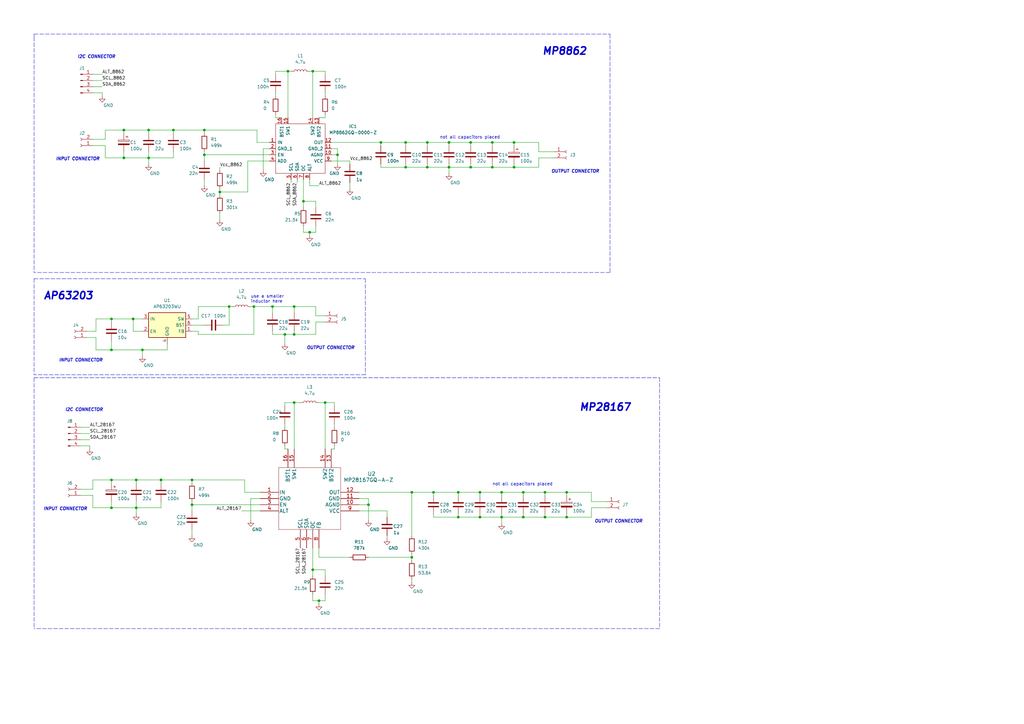
<source format=kicad_sch>
(kicad_sch (version 20211123) (generator eeschema)
  (paper "A3")
  (title_block (title "PM8862 / PM28167 dev board") (date "2023-03-10") (rev "1.0"))
  (lib_symbols
    (symbol "2023-03-10_09-43-26:MP28167GQ-A-Z" (pin_names (offset 0.254))
      (property "Reference" "U?" (at 45.72 2.54 0))
      (property "Value" "MP28167GQ-A-Z" (at 44.45 0 0))
      (symbol "MP28167GQ-A-Z_1_1"
        (polyline (pts (xy 7.62 -20.32) (xy 33.02 -20.32)) (stroke (width 0.127)))
        (polyline (pts (xy 7.62 5.08) (xy 7.62 -20.32)) (stroke (width 0.127)))
        (polyline (pts (xy 33.02 -20.32) (xy 33.02 5.08)) (stroke (width 0.127)))
        (polyline (pts (xy 33.02 5.08) (xy 7.62 5.08)) (stroke (width 0.127)))
        (pin power_in line (at 0 -5.08 0) (length 7.62) (name "IN") (number "1"))
        (pin power_in line (at 40.64 -10.16 180) (length 7.62) (name "AGND") (number "10"))
        (pin power_in line (at 40.64 -7.62 180) (length 7.62) (name "GND") (number "11"))
        (pin power_in line (at 40.64 -5.08 180) (length 7.62) (name "OUT") (number "12"))
        (pin power_in line (at 29.21 12.7 270) (length 7.62) (name "BST2") (number "13"))
        (pin unspecified line (at 26.67 12.7 270) (length 7.62) (name "SW2") (number "14"))
        (pin unspecified line (at 13.97 12.7 270) (length 7.62) (name "SW1") (number "15"))
        (pin power_in line (at 11.43 12.7 270) (length 7.62) (name "BST1") (number "16"))
        (pin power_in line (at 0 -7.62 0) (length 7.62) (name "GND") (number "2"))
        (pin unspecified line (at 0 -10.16 0) (length 7.62) (name "EN") (number "3"))
        (pin output line (at 0 -12.7 0) (length 7.62) (name "ALT") (number "4"))
        (pin unspecified line (at 16.51 -27.94 90) (length 7.62) (name "SCL") (number "5"))
        (pin unspecified line (at 19.05 -27.94 90) (length 7.62) (name "SDA") (number "6"))
        (pin unspecified line (at 21.59 -27.94 90) (length 7.62) (name "OC") (number "7"))
        (pin unspecified line (at 24.13 -27.94 90) (length 7.62) (name "FB") (number "8"))
        (pin power_in line (at 40.64 -12.7 180) (length 7.62) (name "VCC") (number "9"))
      )
    )
    (symbol "Connector:Conn_01x02_Female" (pin_names (offset 1.016) hide)
      (property "Reference" "J" (at 0 2.54 0))
      (property "Value" "Conn_01x02_Female" (at 0 -5.08 0))
      (symbol "Conn_01x02_Female_1_1"
        (arc (start 0 -2.032) (mid -0.508 -2.54) (end 0 -3.048) (stroke (width 0.1524)))
        (polyline (pts (xy -1.27 -2.54) (xy -0.508 -2.54)) (stroke (width 0.1524)))
        (polyline (pts (xy -1.27 0) (xy -0.508 0)) (stroke (width 0.1524)))
        (arc (start 0 0.508) (mid -0.508 0) (end 0 -0.508) (stroke (width 0.1524)))
        (pin passive line (at -5.08 0 0) (length 3.81) (name "Pin_1") (number "1"))
        (pin passive line (at -5.08 -2.54 0) (length 3.81) (name "Pin_2") (number "2"))
      )
    )
    (symbol "Connector:Conn_01x04_Male" (pin_names (offset 1.016) hide)
      (property "Reference" "J" (at 0 5.08 0))
      (property "Value" "Conn_01x04_Male" (at 0 -7.62 0))
      (symbol "Conn_01x04_Male_1_1"
        (polyline (pts (xy 1.27 -5.08) (xy 0.8636 -5.08)) (stroke (width 0.1524)))
        (polyline (pts (xy 1.27 -2.54) (xy 0.8636 -2.54)) (stroke (width 0.1524)))
        (polyline (pts (xy 1.27 0) (xy 0.8636 0)) (stroke (width 0.1524)))
        (polyline (pts (xy 1.27 2.54) (xy 0.8636 2.54)) (stroke (width 0.1524)))
        (rectangle (start 0.8636 -4.953) (end 0 -5.207) (stroke (width 0.1524)) (fill (type outline)))
        (rectangle (start 0.8636 -2.413) (end 0 -2.667) (stroke (width 0.1524)) (fill (type outline)))
        (rectangle (start 0.8636 0.127) (end 0 -0.127) (stroke (width 0.1524)) (fill (type outline)))
        (rectangle (start 0.8636 2.667) (end 0 2.413) (stroke (width 0.1524)) (fill (type outline)))
        (pin passive line (at 5.08 2.54 180) (length 3.81) (name "Pin_1") (number "1"))
        (pin passive line (at 5.08 0 180) (length 3.81) (name "Pin_2") (number "2"))
        (pin passive line (at 5.08 -2.54 180) (length 3.81) (name "Pin_3") (number "3"))
        (pin passive line (at 5.08 -5.08 180) (length 3.81) (name "Pin_4") (number "4"))
      )
    )
    (symbol "Device:C" (pin_numbers hide) (pin_names (offset 0.254))
      (property "Reference" "C" (at 0.635 2.54 0))
      (property "Value" "C" (at 0.635 -2.54 0))
      (symbol "C_0_1"
        (polyline (pts (xy -2.032 -0.762) (xy 2.032 -0.762)) (stroke (width 0.508)))
        (polyline (pts (xy -2.032 0.762) (xy 2.032 0.762)) (stroke (width 0.508)))
      )
      (symbol "C_1_1"
        (pin passive line (at 0 3.81 270) (length 2.794) (name "~") (number "1"))
        (pin passive line (at 0 -3.81 90) (length 2.794) (name "~") (number "2"))
      )
    )
    (symbol "Device:C_Polarized" (pin_numbers hide) (pin_names (offset 0.254))
      (property "Reference" "C" (at 0.635 2.54 0))
      (property "Value" "C_Polarized" (at 0.635 -2.54 0))
      (symbol "C_Polarized_0_1"
        (rectangle (start -2.286 0.508) (end 2.286 1.016))
        (polyline (pts (xy -1.778 2.286) (xy -0.762 2.286)))
        (polyline (pts (xy -1.27 2.794) (xy -1.27 1.778)))
        (rectangle (start 2.286 -0.508) (end -2.286 -1.016) (fill (type outline)))
      )
      (symbol "C_Polarized_1_1"
        (pin passive line (at 0 3.81 270) (length 2.794) (name "~") (number "1"))
        (pin passive line (at 0 -3.81 90) (length 2.794) (name "~") (number "2"))
      )
    )
    (symbol "Device:L" (pin_numbers hide) (pin_names (offset 1.016) hide)
      (property "Reference" "L" (at -1.27 0 90))
      (property "Value" "L" (at 1.905 0 90))
      (symbol "L_0_1"
        (arc (start 0 -2.54) (mid 0.635 -1.905) (end 0 -1.27))
        (arc (start 0 -1.27) (mid 0.635 -0.635) (end 0 0))
        (arc (start 0 0) (mid 0.635 0.635) (end 0 1.27))
        (arc (start 0 1.27) (mid 0.635 1.905) (end 0 2.54))
      )
      (symbol "L_1_1"
        (pin passive line (at 0 3.81 270) (length 1.27) (name "1") (number "1"))
        (pin passive line (at 0 -3.81 90) (length 1.27) (name "2") (number "2"))
      )
    )
    (symbol "Device:R" (pin_numbers hide) (pin_names (offset 0))
      (property "Reference" "R" (at 2.032 0 90))
      (property "Value" "R" (at 0 0 90))
      (symbol "R_0_1"
        (rectangle (start -1.016 -2.54) (end 1.016 2.54) (stroke (width 0.254)))
      )
      (symbol "R_1_1"
        (pin passive line (at 0 3.81 270) (length 1.27) (name "~") (number "1"))
        (pin passive line (at 0 -3.81 90) (length 1.27) (name "~") (number "2"))
      )
    )
    (symbol "MP8862GQ:MP8862GQ-0000-Z" (pin_names (offset 0.762))
      (property "Reference" "IC" (at 12.7 12.7 0))
      (property "Value" "MP8862GQ-0000-Z" (at 12.7 10.16 0))
      (symbol "MP8862GQ-0000-Z_0_0"
        (pin passive line (at -12.7 2.54 0) (length 2.54) (name "IN") (number "1"))
        (pin passive line (at 12.7 -2.54 180) (length 2.54) (name "AGND") (number "10"))
        (pin passive line (at 12.7 0 180) (length 2.54) (name "GND_2") (number "11"))
        (pin passive line (at 12.7 2.54 180) (length 2.54) (name "OUT") (number "12"))
        (pin passive line (at 7.62 12.7 270) (length 2.54) (name "BST2") (number "13"))
        (pin passive line (at 5.08 12.7 270) (length 2.54) (name "SW2") (number "14"))
        (pin passive line (at -5.08 12.7 270) (length 2.54) (name "SW1") (number "15"))
        (pin passive line (at -7.62 12.7 270) (length 2.54) (name "BST1") (number "16"))
        (pin passive line (at -12.7 0 0) (length 2.54) (name "GND_1") (number "2"))
        (pin passive line (at -12.7 -2.54 0) (length 2.54) (name "EN") (number "3"))
        (pin passive line (at -12.7 -5.08 0) (length 2.54) (name "ADD") (number "4"))
        (pin passive line (at -3.81 -12.7 90) (length 2.54) (name "SCL") (number "5"))
        (pin passive line (at -1.27 -12.7 90) (length 2.54) (name "SDA") (number "6"))
        (pin passive line (at 1.27 -12.7 90) (length 2.54) (name "OC") (number "7"))
        (pin passive line (at 3.81 -12.7 90) (length 2.54) (name "ALT") (number "8"))
        (pin passive line (at 12.7 -5.08 180) (length 2.54) (name "VCC") (number "9"))
      )
      (symbol "MP8862GQ-0000-Z_0_1"
        (rectangle (start -10.16 10.16) (end 10.16 -10.16))
      )
    )
    (symbol "Regulator_Switching:AP63203WU"
      (property "Reference" "U" (at -7.62 6.35 0))
      (property "Value" "AP63203WU" (at 2.54 6.35 0))
      (symbol "AP63203WU_0_1"
        (rectangle (start -7.62 5.08) (end 7.62 -5.08) (stroke (width 0.254)) (fill (type background)))
      )
      (symbol "AP63203WU_1_1"
        (pin input line (at 10.16 -2.54 180) (length 2.54) (name "FB") (number "1"))
        (pin input line (at -10.16 -2.54 0) (length 2.54) (name "EN") (number "2"))
        (pin power_in line (at -10.16 2.54 0) (length 2.54) (name "IN") (number "3"))
        (pin power_in line (at 0 -7.62 90) (length 2.54) (name "GND") (number "4"))
        (pin output line (at 10.16 2.54 180) (length 2.54) (name "SW") (number "5"))
        (pin passive line (at 10.16 0 180) (length 2.54) (name "BST") (number "6"))
      )
    )
    (symbol "power:GND" (power) (pin_names (offset 0))
      (property "Value" "GND" (at 0 -3.81 0))
      (symbol "GND_0_1"
        (polyline (pts (xy 0 0) (xy 0 -1.27) (xy 1.27 -1.27) (xy 0 -2.54) (xy -1.27 -1.27) (xy 0 -1.27)))
      )
      (symbol "GND_1_1"
        (pin power_in line (at 0 0 270) (length 0) hide (name "GND") (number "1"))
      )
    )
  )
  (junction (at 45.72 130.81))
  (junction (at 45.72 196.85))
  (junction (at 201.93 68.58))
  (junction (at 156.21 58.42))
  (junction (at 118.11 29.21))
  (junction (at 232.41 201.93))
  (junction (at 83.82 63.5))
  (junction (at 60.96 64.77))
  (junction (at 232.41 212.09))
  (junction (at 193.04 68.58))
  (junction (at 177.8 201.93))
  (junction (at 50.8 64.77))
  (junction (at 90.17 78.74))
  (junction (at 175.26 68.58))
  (junction (at 78.74 196.85))
  (junction (at 50.8 53.34))
  (junction (at 93.98 125.73))
  (junction (at 54.61 130.81))
  (junction (at 214.63 212.09))
  (junction (at 124.46 82.55))
  (junction (at 55.88 196.85))
  (junction (at 128.27 233.68))
  (junction (at 120.65 165.1))
  (junction (at 187.96 212.09))
  (junction (at 60.96 53.34))
  (junction (at 184.15 58.42))
  (junction (at 175.26 58.42))
  (junction (at 210.82 58.42))
  (junction (at 104.14 125.73))
  (junction (at 58.42 143.51))
  (junction (at 130.81 246.38))
  (junction (at 205.74 201.93))
  (junction (at 205.74 212.09))
  (junction (at 133.35 165.1))
  (junction (at 66.04 196.85))
  (junction (at 166.37 58.42))
  (junction (at 193.04 58.42))
  (junction (at 138.43 63.5))
  (junction (at 187.96 201.93))
  (junction (at 223.52 201.93))
  (junction (at 45.72 143.51))
  (junction (at 83.82 53.34))
  (junction (at 127 95.25))
  (junction (at 184.15 68.58))
  (junction (at 196.85 212.09))
  (junction (at 111.76 125.73))
  (junction (at 71.12 53.34))
  (junction (at 151.13 207.01))
  (junction (at 45.72 208.28))
  (junction (at 210.82 68.58))
  (junction (at 168.91 201.93))
  (junction (at 128.27 29.21))
  (junction (at 55.88 208.28))
  (junction (at 78.74 207.01))
  (junction (at 168.91 228.6))
  (junction (at 120.65 125.73))
  (junction (at 120.65 137.16))
  (junction (at 196.85 201.93))
  (junction (at 223.52 212.09))
  (junction (at 201.93 58.42))
  (junction (at 166.37 68.58))
  (junction (at 214.63 201.93))
  (junction (at 116.84 137.16))
  (wire (pts (xy 78.74 207.01) (xy 78.74 209.55)))
  (wire (pts (xy 156.21 67.31) (xy 156.21 68.58)))
  (wire (pts (xy 133.35 165.1) (xy 133.35 184.15)))
  (wire (pts (xy 38.1 196.85) (xy 45.72 196.85)))
  (wire (pts (xy 135.89 58.42) (xy 156.21 58.42)))
  (wire (pts (xy 187.96 210.82) (xy 187.96 212.09)))
  (wire (pts (xy 111.76 125.73) (xy 104.14 125.73)))
  (polyline (pts (xy 149.86 153.67) (xy 13.97 153.67)))
  (wire (pts (xy 55.88 205.74) (xy 55.88 208.28)))
  (wire (pts (xy 193.04 67.31) (xy 193.04 68.58)))
  (wire (pts (xy 45.72 205.74) (xy 45.72 208.28)))
  (wire (pts (xy 39.37 143.51) (xy 45.72 143.51)))
  (wire (pts (xy 184.15 58.42) (xy 193.04 58.42)))
  (wire (pts (xy 45.72 196.85) (xy 55.88 196.85)))
  (wire (pts (xy 242.57 201.93) (xy 232.41 201.93)))
  (wire (pts (xy 175.26 67.31) (xy 175.26 68.58)))
  (wire (pts (xy 175.26 68.58) (xy 184.15 68.58)))
  (wire (pts (xy 201.93 58.42) (xy 201.93 59.69)))
  (polyline (pts (xy 13.97 154.94) (xy 270.51 154.94)))
  (wire (pts (xy 60.96 64.77) (xy 60.96 67.31)))
  (wire (pts (xy 43.18 64.77) (xy 50.8 64.77)))
  (wire (pts (xy 205.74 212.09) (xy 214.63 212.09)))
  (wire (pts (xy 127 73.66) (xy 127 76.2)))
  (wire (pts (xy 83.82 62.23) (xy 83.82 63.5)))
  (wire (pts (xy 78.74 133.35) (xy 83.82 133.35)))
  (wire (pts (xy 50.8 64.77) (xy 60.96 64.77)))
  (wire (pts (xy 38.1 57.15) (xy 43.18 57.15)))
  (wire (pts (xy 118.11 29.21) (xy 119.38 29.21)))
  (wire (pts (xy 120.65 184.15) (xy 120.65 165.1)))
  (wire (pts (xy 50.8 53.34) (xy 60.96 53.34)))
  (wire (pts (xy 138.43 60.96) (xy 138.43 63.5)))
  (wire (pts (xy 83.82 73.66) (xy 83.82 76.2)))
  (polyline (pts (xy 149.86 114.3) (xy 149.86 153.67)))
  (wire (pts (xy 133.35 233.68) (xy 133.35 236.22)))
  (wire (pts (xy 187.96 201.93) (xy 187.96 203.2)))
  (wire (pts (xy 71.12 64.77) (xy 60.96 64.77)))
  (wire (pts (xy 223.52 210.82) (xy 223.52 212.09)))
  (polyline (pts (xy 13.97 154.94) (xy 13.97 257.81)))
  (wire (pts (xy 39.37 135.89) (xy 39.37 130.81)))
  (wire (pts (xy 101.6 66.04) (xy 101.6 78.74)))
  (wire (pts (xy 99.06 209.55) (xy 106.68 209.55)))
  (wire (pts (xy 184.15 68.58) (xy 193.04 68.58)))
  (wire (pts (xy 71.12 53.34) (xy 83.82 53.34)))
  (wire (pts (xy 113.03 38.1) (xy 113.03 39.37)))
  (wire (pts (xy 201.93 67.31) (xy 201.93 68.58)))
  (wire (pts (xy 193.04 58.42) (xy 201.93 58.42)))
  (wire (pts (xy 130.81 228.6) (xy 143.51 228.6)))
  (wire (pts (xy 133.35 38.1) (xy 133.35 39.37)))
  (wire (pts (xy 104.14 137.16) (xy 81.28 137.16)))
  (wire (pts (xy 168.91 201.93) (xy 177.8 201.93)))
  (wire (pts (xy 100.33 196.85) (xy 100.33 201.93)))
  (wire (pts (xy 151.13 207.01) (xy 151.13 213.36)))
  (wire (pts (xy 151.13 204.47) (xy 151.13 207.01)))
  (wire (pts (xy 177.8 210.82) (xy 177.8 212.09)))
  (wire (pts (xy 45.72 132.08) (xy 45.72 130.81)))
  (wire (pts (xy 116.84 137.16) (xy 116.84 140.97)))
  (wire (pts (xy 137.16 184.15) (xy 135.89 184.15)))
  (wire (pts (xy 113.03 29.21) (xy 113.03 30.48)))
  (wire (pts (xy 166.37 68.58) (xy 175.26 68.58)))
  (wire (pts (xy 78.74 196.85) (xy 100.33 196.85)))
  (wire (pts (xy 184.15 67.31) (xy 184.15 68.58)))
  (wire (pts (xy 50.8 62.23) (xy 50.8 64.77)))
  (wire (pts (xy 242.57 208.28) (xy 242.57 212.09)))
  (wire (pts (xy 138.43 63.5) (xy 138.43 67.31)))
  (wire (pts (xy 90.17 68.58) (xy 90.17 69.85)))
  (wire (pts (xy 248.92 205.74) (xy 242.57 205.74)))
  (wire (pts (xy 116.84 165.1) (xy 116.84 166.37)))
  (wire (pts (xy 127 95.25) (xy 129.54 95.25)))
  (wire (pts (xy 110.49 60.96) (xy 107.95 60.96)))
  (wire (pts (xy 124.46 73.66) (xy 124.46 82.55)))
  (wire (pts (xy 90.17 77.47) (xy 90.17 78.74)))
  (wire (pts (xy 81.28 130.81) (xy 81.28 125.73)))
  (wire (pts (xy 129.54 125.73) (xy 120.65 125.73)))
  (wire (pts (xy 33.02 200.66) (xy 38.1 200.66)))
  (wire (pts (xy 113.03 48.26) (xy 115.57 48.26)))
  (wire (pts (xy 111.76 135.89) (xy 111.76 137.16)))
  (wire (pts (xy 205.74 201.93) (xy 214.63 201.93)))
  (wire (pts (xy 124.46 82.55) (xy 129.54 82.55)))
  (wire (pts (xy 214.63 201.93) (xy 223.52 201.93)))
  (wire (pts (xy 135.89 66.04) (xy 143.51 66.04)))
  (wire (pts (xy 232.41 212.09) (xy 223.52 212.09)))
  (wire (pts (xy 128.27 233.68) (xy 128.27 236.22)))
  (wire (pts (xy 177.8 201.93) (xy 177.8 203.2)))
  (wire (pts (xy 128.27 233.68) (xy 133.35 233.68)))
  (wire (pts (xy 129.54 92.71) (xy 129.54 95.25)))
  (wire (pts (xy 71.12 62.23) (xy 71.12 64.77)))
  (wire (pts (xy 196.85 201.93) (xy 205.74 201.93)))
  (wire (pts (xy 81.28 135.89) (xy 78.74 135.89)))
  (wire (pts (xy 107.95 60.96) (xy 107.95 69.85)))
  (wire (pts (xy 68.58 140.97) (xy 68.58 143.51)))
  (wire (pts (xy 78.74 207.01) (xy 106.68 207.01)))
  (polyline (pts (xy 270.51 154.94) (xy 270.51 257.81)))
  (wire (pts (xy 33.02 182.88) (xy 36.83 182.88)))
  (wire (pts (xy 113.03 46.99) (xy 113.03 48.26)))
  (wire (pts (xy 33.02 180.34) (xy 36.83 180.34)))
  (wire (pts (xy 121.92 73.66) (xy 121.92 74.93)))
  (wire (pts (xy 158.75 209.55) (xy 158.75 212.09)))
  (wire (pts (xy 120.65 128.27) (xy 120.65 125.73)))
  (wire (pts (xy 220.98 58.42) (xy 210.82 58.42)))
  (wire (pts (xy 130.81 246.38) (xy 133.35 246.38)))
  (wire (pts (xy 33.02 177.8) (xy 36.83 177.8)))
  (polyline (pts (xy 13.97 13.97) (xy 13.97 15.24)))
  (wire (pts (xy 78.74 130.81) (xy 81.28 130.81)))
  (wire (pts (xy 201.93 68.58) (xy 193.04 68.58)))
  (wire (pts (xy 102.87 125.73) (xy 104.14 125.73)))
  (wire (pts (xy 135.89 63.5) (xy 138.43 63.5)))
  (wire (pts (xy 81.28 125.73) (xy 93.98 125.73)))
  (wire (pts (xy 66.04 196.85) (xy 78.74 196.85)))
  (wire (pts (xy 101.6 78.74) (xy 90.17 78.74)))
  (wire (pts (xy 128.27 224.79) (xy 128.27 233.68)))
  (wire (pts (xy 120.65 137.16) (xy 120.65 135.89)))
  (wire (pts (xy 91.44 133.35) (xy 93.98 133.35)))
  (wire (pts (xy 54.61 130.81) (xy 58.42 130.81)))
  (wire (pts (xy 158.75 219.71) (xy 158.75 220.98)))
  (wire (pts (xy 39.37 130.81) (xy 45.72 130.81)))
  (wire (pts (xy 35.56 138.43) (xy 39.37 138.43)))
  (wire (pts (xy 43.18 53.34) (xy 50.8 53.34)))
  (wire (pts (xy 184.15 58.42) (xy 184.15 59.69)))
  (wire (pts (xy 38.1 200.66) (xy 38.1 196.85)))
  (wire (pts (xy 102.87 204.47) (xy 106.68 204.47)))
  (wire (pts (xy 214.63 201.93) (xy 214.63 203.2)))
  (wire (pts (xy 102.87 204.47) (xy 102.87 213.36)))
  (wire (pts (xy 68.58 143.51) (xy 58.42 143.51)))
  (wire (pts (xy 133.35 48.26) (xy 133.35 46.99)))
  (wire (pts (xy 124.46 92.71) (xy 124.46 95.25)))
  (wire (pts (xy 111.76 128.27) (xy 111.76 125.73)))
  (wire (pts (xy 33.02 203.2) (xy 38.1 203.2)))
  (polyline (pts (xy 13.97 114.3) (xy 149.86 114.3)))
  (wire (pts (xy 38.1 38.1) (xy 41.91 38.1)))
  (wire (pts (xy 120.65 165.1) (xy 116.84 165.1)))
  (wire (pts (xy 130.81 48.26) (xy 133.35 48.26)))
  (wire (pts (xy 58.42 143.51) (xy 45.72 143.51)))
  (wire (pts (xy 55.88 198.12) (xy 55.88 196.85)))
  (wire (pts (xy 45.72 143.51) (xy 45.72 139.7)))
  (wire (pts (xy 128.27 29.21) (xy 128.27 48.26)))
  (wire (pts (xy 100.33 201.93) (xy 106.68 201.93)))
  (wire (pts (xy 201.93 58.42) (xy 210.82 58.42)))
  (wire (pts (xy 223.52 212.09) (xy 214.63 212.09)))
  (wire (pts (xy 210.82 67.31) (xy 210.82 68.58)))
  (wire (pts (xy 147.32 204.47) (xy 151.13 204.47)))
  (wire (pts (xy 105.41 53.34) (xy 105.41 58.42)))
  (wire (pts (xy 168.91 237.49) (xy 168.91 238.76)))
  (polyline (pts (xy 270.51 257.81) (xy 13.97 257.81)))
  (wire (pts (xy 83.82 53.34) (xy 105.41 53.34)))
  (wire (pts (xy 133.35 132.08) (xy 129.54 132.08)))
  (wire (pts (xy 90.17 78.74) (xy 90.17 80.01)))
  (wire (pts (xy 129.54 129.54) (xy 129.54 125.73)))
  (wire (pts (xy 83.82 66.04) (xy 83.82 63.5)))
  (wire (pts (xy 111.76 137.16) (xy 116.84 137.16)))
  (wire (pts (xy 124.46 95.25) (xy 127 95.25)))
  (wire (pts (xy 116.84 184.15) (xy 118.11 184.15)))
  (wire (pts (xy 196.85 201.93) (xy 196.85 203.2)))
  (wire (pts (xy 127 76.2) (xy 130.81 76.2)))
  (wire (pts (xy 90.17 87.63) (xy 90.17 90.17)))
  (wire (pts (xy 156.21 58.42) (xy 156.21 59.69)))
  (wire (pts (xy 93.98 125.73) (xy 95.25 125.73)))
  (wire (pts (xy 168.91 227.33) (xy 168.91 228.6)))
  (wire (pts (xy 130.81 224.79) (xy 130.81 228.6)))
  (wire (pts (xy 175.26 58.42) (xy 175.26 59.69)))
  (wire (pts (xy 127 29.21) (xy 128.27 29.21)))
  (wire (pts (xy 127 95.25) (xy 127 96.52)))
  (wire (pts (xy 83.82 63.5) (xy 110.49 63.5)))
  (wire (pts (xy 166.37 58.42) (xy 166.37 59.69)))
  (wire (pts (xy 43.18 59.69) (xy 43.18 64.77)))
  (polyline (pts (xy 250.19 111.76) (xy 13.97 111.76)))
  (wire (pts (xy 129.54 137.16) (xy 120.65 137.16)))
  (wire (pts (xy 147.32 201.93) (xy 168.91 201.93)))
  (wire (pts (xy 210.82 68.58) (xy 201.93 68.58)))
  (wire (pts (xy 205.74 210.82) (xy 205.74 212.09)))
  (wire (pts (xy 38.1 33.02) (xy 41.91 33.02)))
  (wire (pts (xy 116.84 173.99) (xy 116.84 175.26)))
  (wire (pts (xy 124.46 82.55) (xy 124.46 85.09)))
  (polyline (pts (xy 13.97 15.24) (xy 13.97 111.76)))
  (wire (pts (xy 38.1 30.48) (xy 41.91 30.48)))
  (wire (pts (xy 184.15 68.58) (xy 184.15 71.12)))
  (wire (pts (xy 78.74 198.12) (xy 78.74 196.85)))
  (wire (pts (xy 116.84 137.16) (xy 120.65 137.16)))
  (wire (pts (xy 55.88 208.28) (xy 55.88 210.82)))
  (wire (pts (xy 36.83 184.15) (xy 36.83 182.88)))
  (wire (pts (xy 129.54 132.08) (xy 129.54 137.16)))
  (wire (pts (xy 156.21 68.58) (xy 166.37 68.58)))
  (wire (pts (xy 137.16 166.37) (xy 137.16 165.1)))
  (wire (pts (xy 38.1 203.2) (xy 38.1 208.28)))
  (wire (pts (xy 248.92 208.28) (xy 242.57 208.28)))
  (wire (pts (xy 147.32 207.01) (xy 151.13 207.01)))
  (wire (pts (xy 147.32 209.55) (xy 158.75 209.55)))
  (wire (pts (xy 50.8 54.61) (xy 50.8 53.34)))
  (wire (pts (xy 187.96 201.93) (xy 196.85 201.93)))
  (wire (pts (xy 45.72 198.12) (xy 45.72 196.85)))
  (wire (pts (xy 223.52 201.93) (xy 223.52 203.2)))
  (wire (pts (xy 41.91 39.37) (xy 41.91 38.1)))
  (wire (pts (xy 105.41 58.42) (xy 110.49 58.42)))
  (wire (pts (xy 116.84 184.15) (xy 116.84 182.88)))
  (wire (pts (xy 93.98 133.35) (xy 93.98 125.73)))
  (wire (pts (xy 168.91 228.6) (xy 168.91 229.87)))
  (wire (pts (xy 35.56 135.89) (xy 39.37 135.89)))
  (wire (pts (xy 196.85 210.82) (xy 196.85 212.09)))
  (wire (pts (xy 120.65 165.1) (xy 123.19 165.1)))
  (wire (pts (xy 151.13 228.6) (xy 168.91 228.6)))
  (wire (pts (xy 55.88 196.85) (xy 66.04 196.85)))
  (wire (pts (xy 135.89 60.96) (xy 138.43 60.96)))
  (wire (pts (xy 133.35 243.84) (xy 133.35 246.38)))
  (wire (pts (xy 196.85 212.09) (xy 205.74 212.09)))
  (wire (pts (xy 187.96 212.09) (xy 196.85 212.09)))
  (wire (pts (xy 43.18 57.15) (xy 43.18 53.34)))
  (wire (pts (xy 38.1 208.28) (xy 45.72 208.28)))
  (wire (pts (xy 128.27 29.21) (xy 133.35 29.21)))
  (wire (pts (xy 118.11 48.26) (xy 118.11 29.21)))
  (wire (pts (xy 223.52 201.93) (xy 232.41 201.93)))
  (wire (pts (xy 133.35 30.48) (xy 133.35 29.21)))
  (wire (pts (xy 177.8 201.93) (xy 187.96 201.93)))
  (wire (pts (xy 83.82 54.61) (xy 83.82 53.34)))
  (wire (pts (xy 129.54 82.55) (xy 129.54 85.09)))
  (wire (pts (xy 220.98 68.58) (xy 210.82 68.58)))
  (wire (pts (xy 33.02 175.26) (xy 36.83 175.26)))
  (wire (pts (xy 166.37 67.31) (xy 166.37 68.58)))
  (wire (pts (xy 143.51 74.93) (xy 143.51 77.47)))
  (wire (pts (xy 220.98 62.23) (xy 220.98 58.42)))
  (wire (pts (xy 133.35 165.1) (xy 137.16 165.1)))
  (wire (pts (xy 104.14 125.73) (xy 104.14 137.16)))
  (wire (pts (xy 78.74 217.17) (xy 78.74 219.71)))
  (wire (pts (xy 120.65 125.73) (xy 111.76 125.73)))
  (wire (pts (xy 193.04 58.42) (xy 193.04 59.69)))
  (wire (pts (xy 242.57 205.74) (xy 242.57 201.93)))
  (wire (pts (xy 166.37 58.42) (xy 175.26 58.42)))
  (wire (pts (xy 227.33 62.23) (xy 220.98 62.23)))
  (wire (pts (xy 38.1 59.69) (xy 43.18 59.69)))
  (wire (pts (xy 60.96 54.61) (xy 60.96 53.34)))
  (wire (pts (xy 66.04 205.74) (xy 66.04 208.28)))
  (wire (pts (xy 232.41 210.82) (xy 232.41 212.09)))
  (wire (pts (xy 39.37 138.43) (xy 39.37 143.51)))
  (polyline (pts (xy 13.97 114.3) (xy 13.97 153.67)))
  (wire (pts (xy 54.61 135.89) (xy 54.61 130.81)))
  (wire (pts (xy 210.82 58.42) (xy 210.82 59.69)))
  (wire (pts (xy 110.49 66.04) (xy 101.6 66.04)))
  (polyline (pts (xy 13.97 13.97) (xy 250.19 13.97)))
  (wire (pts (xy 232.41 201.93) (xy 232.41 203.2)))
  (wire (pts (xy 227.33 64.77) (xy 220.98 64.77)))
  (wire (pts (xy 137.16 184.15) (xy 137.16 182.88)))
  (wire (pts (xy 38.1 35.56) (xy 41.91 35.56)))
  (wire (pts (xy 119.38 73.66) (xy 119.38 74.93)))
  (wire (pts (xy 205.74 201.93) (xy 205.74 203.2)))
  (wire (pts (xy 175.26 58.42) (xy 184.15 58.42)))
  (wire (pts (xy 45.72 208.28) (xy 55.88 208.28)))
  (wire (pts (xy 137.16 173.99) (xy 137.16 175.26)))
  (wire (pts (xy 168.91 201.93) (xy 168.91 219.71)))
  (wire (pts (xy 78.74 205.74) (xy 78.74 207.01)))
  (wire (pts (xy 71.12 54.61) (xy 71.12 53.34)))
  (wire (pts (xy 118.11 29.21) (xy 113.03 29.21)))
  (polyline (pts (xy 250.19 13.97) (xy 250.19 111.76)))
  (wire (pts (xy 58.42 135.89) (xy 54.61 135.89)))
  (wire (pts (xy 66.04 198.12) (xy 66.04 196.85)))
  (wire (pts (xy 177.8 212.09) (xy 187.96 212.09)))
  (wire (pts (xy 214.63 210.82) (xy 214.63 212.09)))
  (wire (pts (xy 81.28 137.16) (xy 81.28 135.89)))
  (wire (pts (xy 143.51 66.04) (xy 143.51 67.31)))
  (wire (pts (xy 133.35 129.54) (xy 129.54 129.54)))
  (wire (pts (xy 130.81 246.38) (xy 130.81 247.65)))
  (wire (pts (xy 128.27 243.84) (xy 128.27 246.38)))
  (wire (pts (xy 205.74 212.09) (xy 205.74 214.63)))
  (wire (pts (xy 156.21 58.42) (xy 166.37 58.42)))
  (wire (pts (xy 242.57 212.09) (xy 232.41 212.09)))
  (wire (pts (xy 58.42 143.51) (xy 58.42 146.05)))
  (wire (pts (xy 128.27 246.38) (xy 130.81 246.38)))
  (wire (pts (xy 60.96 62.23) (xy 60.96 64.77)))
  (wire (pts (xy 66.04 208.28) (xy 55.88 208.28)))
  (wire (pts (xy 130.81 165.1) (xy 133.35 165.1)))
  (wire (pts (xy 45.72 130.81) (xy 54.61 130.81)))
  (wire (pts (xy 220.98 64.77) (xy 220.98 68.58)))
  (wire (pts (xy 60.96 53.34) (xy 71.12 53.34)))
  (text "OUTPUT CONNECTOR\n" (at 125.73 143.51 0) (effects (font (size 1.27 1.27) (thickness 0.254) bold italic) (justify left bottom)))
  (text "MP8862" (at 222.25 22.86 0) (effects (font (size 3 3) bold italic) (justify left bottom)))
  (text "not all capacitors placed" (at 201.93 199.39 0) (effects (font (size 1.27 1.27)) (justify left bottom)))
  (text "OUTPUT CONNECTOR\n" (at 243.84 214.63 0) (effects (font (size 1.27 1.27) (thickness 0.254) bold italic) (justify left bottom)))
  (text "AP63203" (at 17.78 123.19 0) (effects (font (size 3 3) bold italic) (justify left bottom)))
  (text "MP28167" (at 237.49 168.91 0) (effects (font (size 3 3) bold italic) (justify left bottom)))
  (text "OUTPUT CONNECTOR\n" (at 226.06 71.12 0) (effects (font (size 1.27 1.27) (thickness 0.254) bold italic) (justify left bottom)))
  (text "use a smaller \ninductor here" (at 102.87 124.46 0) (effects (font (size 1.27 1.27)) (justify left bottom)))
  (text "INPUT CONNECTOR\n" (at 22.86 66.04 0) (effects (font (size 1.27 1.27) (thickness 0.254) bold italic) (justify left bottom)))
  (text "I2C CONNECTOR" (at 31.75 24.13 0) (effects (font (size 1.27 1.27) (thickness 0.254) bold italic) (justify left bottom)))
  (text "INPUT CONNECTOR\n" (at 17.78 209.55 0) (effects (font (size 1.27 1.27) (thickness 0.254) bold italic) (justify left bottom)))
  (text "INPUT CONNECTOR\n" (at 24.13 148.59 0) (effects (font (size 1.27 1.27) (thickness 0.254) bold italic) (justify left bottom)))
  (text "I2C CONNECTOR" (at 26.67 168.91 0) (effects (font (size 1.27 1.27) (thickness 0.254) bold italic) (justify left bottom)))
  (text "not all capacitors placed" (at 180.34 57.15 0) (effects (font (size 1.27 1.27)) (justify left bottom)))
  (label "Vcc_8862" (at 143.51 66.04 0))
  (label "SDA_8862" (at 41.91 35.56 0))
  (label "SDA_8862" (at 121.92 74.93 270))
  (label "ALT_28167" (at 99.06 209.55 180))
  (label "SCL_8862" (at 41.91 33.02 0))
  (label "SCL_8862" (at 119.38 74.93 270))
  (label "SCL_28167" (at 36.83 177.8 0))
  (label "ALT_8862" (at 41.91 30.48 0))
  (label "ALT_28167" (at 36.83 175.26 0))
  (label "Vcc_8862" (at 90.17 68.58 0))
  (label "SDA_28167" (at 125.73 224.79 270))
  (label "ALT_8862" (at 130.81 76.2 0))
  (label "SCL_28167" (at 123.19 224.79 270))
  (label "SDA_28167" (at 36.83 180.34 0))
  (symbol (lib_id "Device:C") (at 113.03 34.29 0) (unit 1)
    (property "Reference" "C5" (at 107.95 33.02 0) (effects (justify left)))
    (property "Value" "100n" (at 105.41 35.56 0) (effects (justify left)))
    (property "Footprint" "Capacitor_SMD:C_0805_2012Metric_Pad1.18x1.45mm_HandSolder" (effects hide))
  )
  (symbol (lib_id "Device:C") (at 60.96 58.42 0) (unit 1)
    (property "Reference" "C2" (at 63.5 58.42 0) (effects (justify left)))
    (property "Value" "22u" (at 63.5 60.96 0) (effects (justify left)))
    (property "Footprint" "Capacitor_SMD:C_0603_1608Metric_Pad1.08x0.95mm_HandSolder" (effects hide))
  )
  (symbol (lib_id "Device:C") (at 184.15 63.5 0) (unit 1)
    (property "Reference" "C12" (at 186.69 63.5 0) (effects (justify left)))
    (property "Value" "22u" (at 186.69 66.04 0) (effects (justify left)))
    (property "Footprint" "Capacitor_SMD:C_0805_2012Metric_Pad1.18x1.45mm_HandSolder" (effects hide))
  )
  (symbol (lib_id "Device:R") (at 124.46 88.9 0) (unit 1)
    (property "Reference" "R5" (at 120.65 87.63 0) (effects (justify left)))
    (property "Value" "21.5k" (at 116.84 90.17 0) (effects (justify left)))
    (property "Footprint" "Resistor_SMD:R_0603_1608Metric_Pad0.98x0.95mm_HandSolder" (effects hide))
  )
  (symbol (lib_id "Device:C") (at 143.51 71.12 0) (unit 1)
    (property "Reference" "C8" (at 146.05 71.12 0) (effects (justify left)))
    (property "Value" "1u" (at 146.05 73.66 0) (effects (justify left)))
    (property "Footprint" "Capacitor_SMD:C_0603_1608Metric_Pad1.08x0.95mm_HandSolder" (effects hide))
  )
  (symbol (lib_id "Device:R") (at 116.84 179.07 0) (unit 1)
    (property "Reference" "R8" (at 111.76 177.8 0) (effects (justify left)))
    (property "Value" "0" (at 111.76 180.34 0) (effects (justify left)))
    (property "Footprint" "Resistor_SMD:R_0603_1608Metric_Pad0.98x0.95mm_HandSolder" (effects hide))
  )
  (symbol (lib_id "power:GND") (at 184.15 71.12 0) (unit 1)
    (property "Reference" "#PWR09" (effects hide))
    (property "Value" "GND" (at 186.69 74.93 0))
  )
  (symbol (lib_id "Connector:Conn_01x04_Male") (at 33.02 33.02 0) (unit 1)
    (property "Reference" "J1" (at 33.655 27.94 0))
    (property "Value" "Conn_01x04_Male" (effects hide))
    (property "Footprint" "Connector_PinHeader_2.54mm:PinHeader_1x04_P2.54mm_Vertical" (effects hide))
  )
  (symbol (lib_id "power:GND") (at 90.17 90.17 0) (unit 1)
    (property "Reference" "#PWR04" (effects hide))
    (property "Value" "GND" (at 92.71 93.98 0))
  )
  (symbol (lib_id "Device:R") (at 113.03 43.18 0) (unit 1)
    (property "Reference" "R4" (at 107.95 41.91 0) (effects (justify left)))
    (property "Value" "0" (at 107.95 44.45 0) (effects (justify left)))
    (property "Footprint" "Resistor_SMD:R_0603_1608Metric_Pad0.98x0.95mm_HandSolder" (effects hide))
  )
  (symbol (lib_id "Device:R") (at 133.35 43.18 0) (unit 1)
    (property "Reference" "R6" (at 135.89 41.9099 0) (effects (justify left)))
    (property "Value" "0" (at 135.89 44.4499 0) (effects (justify left)))
    (property "Footprint" "Resistor_SMD:R_0603_1608Metric_Pad0.98x0.95mm_HandSolder" (effects hide))
  )
  (symbol (lib_id "Connector:Conn_01x02_Female") (at 27.94 203.2 180) (unit 1)
    (property "Reference" "J6" (at 28.575 198.12 0))
    (property "Value" "Conn_01x02_Female" (effects hide))
    (property "Footprint" "Connector_Wire:SolderWire-0.1sqmm_1x02_P3.6mm_D0.4mm_OD1mm" (effects hide))
  )
  (symbol (lib_id "power:GND") (at 41.91 39.37 0) (unit 1)
    (property "Reference" "#PWR01" (effects hide))
    (property "Value" "GND" (at 44.45 43.18 0))
  )
  (symbol (lib_id "Device:C") (at 175.26 63.5 0) (unit 1)
    (property "Reference" "C11" (at 177.8 63.5 0) (effects (justify left)))
    (property "Value" "22u" (at 177.8 66.04 0) (effects (justify left)))
    (property "Footprint" "Capacitor_SMD:C_0805_2012Metric_Pad1.18x1.45mm_HandSolder" (effects hide))
  )
  (symbol (lib_id "Device:C") (at 166.37 63.5 0) (unit 1)
    (property "Reference" "C10" (at 168.91 63.5 0) (effects (justify left)))
    (property "Value" "22u" (at 168.91 66.04 0) (effects (justify left)))
    (property "Footprint" "Capacitor_SMD:C_0805_2012Metric_Pad1.18x1.45mm_HandSolder" (effects hide))
  )
  (symbol (lib_id "power:GND") (at 127 96.52 0) (unit 1)
    (property "Reference" "#PWR06" (effects hide))
    (property "Value" "GND" (at 129.54 100.33 0))
  )
  (symbol (lib_id "Device:C") (at 214.63 207.01 0) (unit 1)
    (property "Reference" "C32" (at 217.17 207.01 0) (effects (justify left)))
    (property "Value" "22u" (at 217.17 209.55 0) (effects (justify left)))
    (property "Footprint" "Capacitor_SMD:C_0805_2012Metric_Pad1.18x1.45mm_HandSolder" (effects hide))
  )
  (symbol (lib_id "Device:R") (at 90.17 73.66 0) (unit 1)
    (property "Reference" "R2" (at 92.71 72.3899 0) (effects (justify left)))
    (property "Value" "499k" (at 92.71 74.9299 0) (effects (justify left)))
    (property "Footprint" "Resistor_SMD:R_0603_1608Metric_Pad0.98x0.95mm_HandSolder" (effects hide))
  )
  (symbol (lib_id "Device:C_Polarized") (at 232.41 207.01 0) (mirror y) (unit 1)
    (property "Reference" "C34" (at 234.95 207.01 0) (effects (justify right)))
    (property "Value" "100u" (at 234.95 209.55 0) (effects (justify right)))
    (property "Footprint" "Capacitor_SMD:CP_Elec_5x5.3" (effects hide))
  )
  (symbol (lib_id "Device:C") (at 66.04 201.93 0) (unit 1)
    (property "Reference" "C22" (at 68.58 201.93 0) (effects (justify left)))
    (property "Value" "100n" (at 68.58 204.47 0) (effects (justify left)))
    (property "Footprint" "Capacitor_SMD:C_0603_1608Metric_Pad1.08x0.95mm_HandSolder" (effects hide))
  )
  (symbol (lib_id "power:GND") (at 168.91 238.76 0) (unit 1)
    (property "Reference" "#PWR018" (effects hide))
    (property "Value" "GND" (at 171.45 242.57 0))
  )
  (symbol (lib_id "MP8862GQ:MP8862GQ-0000-Z") (at 123.19 60.96 0) (unit 1)
    (property "Reference" "IC1" (at 144.78 51.8412 0))
    (property "Value" "MP8862GQ-0000-Z" (at 144.78 54.3812 0))
    (property "Footprint" "MP8862GQ:MP8862GQ" (effects hide))
    (property "Datasheet" "https://www.monolithicpower.com/en/documentview/productdocument/index/version/2/document_type/Datasheet/lang/en/sku/MP8862/document_id/3999/" (effects hide))
    (property "Description" "2.8V-22V VIN, 2A IOUT, 4-SWITCH," (effects hide))
    (property "Height" "1" (effects hide))
    (property "Manufacturer_Name" "Monolithic Power Systems (MPS)" (effects hide))
    (property "Manufacturer_Part_Number" "MP8862GQ-0000-Z" (effects hide))
    (property "Arrow Part Number" "MP8862GQ-0000-Z" (effects hide))
    (property "Mouser Part Number" "946-MP8862GQ-0000-Z" (effects hide))
    (property "Mouser Price/Stock" "https://www.mouser.co.uk/ProductDetail/Monolithic-Power-Systems-MPS/MP8862GQ-0000-Z?qs=OlC7AqGiEDkKRh5K8Xavnw%3D%3D" (effects hide))
  )
  (symbol (lib_id "power:GND") (at 158.75 220.98 0) (unit 1)
    (property "Reference" "#PWR017" (effects hide))
    (property "Value" "GND" (at 161.29 224.79 0))
  )
  (symbol (lib_id "power:GND") (at 143.51 77.47 0) (unit 1)
    (property "Reference" "#PWR08" (effects hide))
    (property "Value" "GND" (at 146.05 81.28 0))
  )
  (symbol (lib_id "Device:C") (at 133.35 34.29 0) (unit 1)
    (property "Reference" "C7" (at 137.16 33.0199 0) (effects (justify left)))
    (property "Value" "100n" (at 137.16 35.5599 0) (effects (justify left)))
    (property "Footprint" "Capacitor_SMD:C_0805_2012Metric_Pad1.18x1.45mm_HandSolder" (effects hide))
  )
  (symbol (lib_id "Device:C") (at 55.88 201.93 0) (unit 1)
    (property "Reference" "C21" (at 58.42 201.93 0) (effects (justify left)))
    (property "Value" "22u" (at 58.42 204.47 0) (effects (justify left)))
    (property "Footprint" "Capacitor_SMD:C_0805_2012Metric_Pad1.18x1.45mm_HandSolder" (effects hide))
  )
  (symbol (lib_id "Device:C") (at 83.82 69.85 0) (unit 1)
    (property "Reference" "C4" (at 78.74 68.58 0) (effects (justify left)))
    (property "Value" "22n" (at 77.47 71.12 0) (effects (justify left)))
    (property "Footprint" "Capacitor_SMD:C_0603_1608Metric_Pad1.08x0.95mm_HandSolder" (effects hide))
  )
  (symbol (lib_id "Device:R") (at 137.16 179.07 0) (unit 1)
    (property "Reference" "R10" (at 139.7 177.7999 0) (effects (justify left)))
    (property "Value" "0" (at 139.7 180.3399 0) (effects (justify left)))
    (property "Footprint" "Resistor_SMD:R_0603_1608Metric_Pad0.98x0.95mm_HandSolder" (effects hide))
  )
  (symbol (lib_id "Connector:Conn_01x04_Male") (at 27.94 177.8 0) (unit 1)
    (property "Reference" "J8" (at 28.575 172.72 0))
    (property "Value" "Conn_01x04_Male" (effects hide))
    (property "Footprint" "Connector_PinHeader_2.54mm:PinHeader_1x04_P2.54mm_Vertical" (effects hide))
  )
  (symbol (lib_id "Connector:Conn_01x02_Female") (at 254 205.74 0) (unit 1)
    (property "Reference" "J7" (at 255.27 207.0099 0) (effects (justify left)))
    (property "Value" "Conn_01x02_Female" (effects hide))
    (property "Footprint" "Connector_Wire:SolderWire-0.1sqmm_1x02_P3.6mm_D0.4mm_OD1mm" (effects hide))
  )
  (symbol (lib_id "power:GND") (at 78.74 219.71 0) (unit 1)
    (property "Reference" "#PWR013" (effects hide))
    (property "Value" "GND" (at 81.28 223.52 0))
  )
  (symbol (lib_id "power:GND") (at 36.83 184.15 0) (unit 1)
    (property "Reference" "#PWR020" (effects hide))
    (property "Value" "GND" (at 39.37 187.96 0))
  )
  (symbol (lib_id "power:GND") (at 130.81 247.65 0) (unit 1)
    (property "Reference" "#PWR015" (effects hide))
    (property "Value" "GND" (at 133.35 251.46 0))
  )
  (symbol (lib_id "Device:C") (at 78.74 213.36 0) (unit 1)
    (property "Reference" "C23" (at 72.39 212.09 0) (effects (justify left)))
    (property "Value" "22n" (at 72.39 214.63 0) (effects (justify left)))
    (property "Footprint" "Capacitor_SMD:C_0603_1608Metric_Pad1.08x0.95mm_HandSolder" (effects hide))
  )
  (symbol (lib_id "Device:C") (at 71.12 58.42 0) (unit 1)
    (property "Reference" "C3" (at 73.66 58.42 0) (effects (justify left)))
    (property "Value" "100n" (at 73.66 60.96 0) (effects (justify left)))
    (property "Footprint" "Capacitor_SMD:C_0805_2012Metric_Pad1.18x1.45mm_HandSolder" (effects hide))
  )
  (symbol (lib_id "Connector:Conn_01x02_Female") (at 30.48 138.43 180) (unit 1)
    (property "Reference" "J4" (at 31.115 133.35 0))
    (property "Value" "Conn_01x02_Female" (effects hide))
    (property "Footprint" "Connector_Wire:SolderWire-0.1sqmm_1x02_P3.6mm_D0.4mm_OD1mm" (effects hide))
  )
  (symbol (lib_id "2023-03-10_09-43-26:MP28167GQ-A-Z") (at 106.68 196.85 0) (unit 1)
    (property "Reference" "U2" (at 152.4 194.31 0) (effects (font (size 1.524 1.524))))
    (property "Value" "MP28167GQ-A-Z" (at 151.13 196.85 0) (effects (font (size 1.524 1.524))))
    (property "Footprint" "footprints:MP28167GQ-A-Z" (effects hide))
  )
  (symbol (lib_id "power:GND") (at 151.13 213.36 0) (unit 1)
    (property "Reference" "#PWR016" (effects hide))
    (property "Value" "GND" (at 153.67 217.17 0))
  )
  (symbol (lib_id "Device:R") (at 83.82 58.42 0) (unit 1)
    (property "Reference" "R1" (at 86.36 57.1499 0) (effects (justify left)))
    (property "Value" "499k" (at 86.36 59.6899 0) (effects (justify left)))
    (property "Footprint" "Resistor_SMD:R_0603_1608Metric_Pad0.98x0.95mm_HandSolder" (effects hide))
  )
  (symbol (lib_id "power:GND") (at 60.96 67.31 0) (unit 1)
    (property "Reference" "#PWR02" (effects hide))
    (property "Value" "GND" (at 63.5 71.12 0))
  )
  (symbol (lib_id "Device:C") (at 158.75 215.9 0) (unit 1)
    (property "Reference" "C27" (at 161.29 215.9 0) (effects (justify left)))
    (property "Value" "1u" (at 161.29 218.44 0) (effects (justify left)))
    (property "Footprint" "Capacitor_SMD:C_0603_1608Metric_Pad1.08x0.95mm_HandSolder" (effects hide))
  )
  (symbol (lib_id "power:GND") (at 205.74 214.63 0) (unit 1)
    (property "Reference" "#PWR019" (effects hide))
    (property "Value" "GND" (at 208.28 218.44 0))
  )
  (symbol (lib_id "Device:R") (at 78.74 201.93 0) (unit 1)
    (property "Reference" "R7" (at 81.28 200.6599 0) (effects (justify left)))
    (property "Value" "499k" (at 81.28 203.1999 0) (effects (justify left)))
    (property "Footprint" "Resistor_SMD:R_0603_1608Metric_Pad0.98x0.95mm_HandSolder" (effects hide))
  )
  (symbol (lib_id "Regulator_Switching:AP63203WU") (at 68.58 133.35 0) (unit 1)
    (property "Reference" "U1" (at 68.58 123.19 0))
    (property "Value" "AP63203WU" (at 68.58 125.73 0))
    (property "Footprint" "Package_TO_SOT_SMD:TSOT-23-6" (effects hide))
    (property "Datasheet" "https://www.diodes.com/assets/Datasheets/AP63200-AP63201-AP63203-AP63205.pdf" (effects hide))
  )
  (symbol (lib_id "Device:C") (at 129.54 88.9 0) (unit 1)
    (property "Reference" "C6" (at 133.35 87.6299 0) (effects (justify left)))
    (property "Value" "22n" (at 133.35 90.1699 0) (effects (justify left)))
    (property "Footprint" "Capacitor_SMD:C_0603_1608Metric_Pad1.08x0.95mm_HandSolder" (effects hide))
  )
  (symbol (lib_id "Device:C") (at 133.35 240.03 0) (unit 1)
    (property "Reference" "C25" (at 137.16 238.7599 0) (effects (justify left)))
    (property "Value" "22n" (at 137.16 241.2999 0) (effects (justify left)))
    (property "Footprint" "Capacitor_SMD:C_0603_1608Metric_Pad1.08x0.95mm_HandSolder" (effects hide))
  )
  (symbol (lib_id "Device:C_Polarized") (at 210.82 63.5 0) (mirror y) (unit 1)
    (property "Reference" "C15" (at 213.36 63.5 0) (effects (justify right)))
    (property "Value" "100u" (at 213.36 66.04 0) (effects (justify right)))
    (property "Footprint" "Capacitor_SMD:CP_Elec_5x5.3" (effects hide))
  )
  (symbol (lib_id "Device:R") (at 168.91 233.68 0) (unit 1)
    (property "Reference" "R13" (at 171.45 232.4099 0) (effects (justify left)))
    (property "Value" "53.6k" (at 171.45 234.9499 0) (effects (justify left)))
    (property "Footprint" "Resistor_SMD:R_0603_1608Metric_Pad0.98x0.95mm_HandSolder" (effects hide))
  )
  (symbol (lib_id "Device:L") (at 127 165.1 90) (unit 1)
    (property "Reference" "L3" (at 127 158.75 90))
    (property "Value" "4.7u" (at 127 161.29 90))
    (property "Footprint" "footprints:EXL1V0705 inductor" (effects hide))
  )
  (symbol (lib_id "Device:C") (at 45.72 135.89 0) (unit 1)
    (property "Reference" "C16" (at 48.26 135.89 0) (effects (justify left)))
    (property "Value" "10u" (at 48.26 138.43 0) (effects (justify left)))
    (property "Footprint" "Capacitor_SMD:C_0805_2012Metric_Pad1.18x1.45mm_HandSolder" (effects hide))
  )
  (symbol (lib_id "Device:C") (at 120.65 132.08 0) (unit 1)
    (property "Reference" "C19" (at 123.19 132.08 0) (effects (justify left)))
    (property "Value" "22u" (at 123.19 134.62 0) (effects (justify left)))
    (property "Footprint" "Capacitor_SMD:C_0805_2012Metric_Pad1.18x1.45mm_HandSolder" (effects hide))
  )
  (symbol (lib_id "Device:C") (at 177.8 207.01 0) (unit 1)
    (property "Reference" "C28" (at 180.34 207.01 0) (effects (justify left)))
    (property "Value" "100n" (at 180.34 209.55 0) (effects (justify left)))
    (property "Footprint" "Capacitor_SMD:C_0603_1608Metric_Pad1.08x0.95mm_HandSolder" (effects hide))
  )
  (symbol (lib_id "power:GND") (at 55.88 210.82 0) (unit 1)
    (property "Reference" "#PWR012" (effects hide))
    (property "Value" "GND" (at 58.42 214.63 0))
  )
  (symbol (lib_id "Device:C_Polarized") (at 45.72 201.93 0) (mirror y) (unit 1)
    (property "Reference" "C20" (at 48.26 201.93 0) (effects (justify right)))
    (property "Value" "100u" (at 48.26 204.47 0) (effects (justify right)))
    (property "Footprint" "Capacitor_SMD:CP_Elec_5x5.3" (effects hide))
  )
  (symbol (lib_id "Device:L") (at 123.19 29.21 90) (unit 1)
    (property "Reference" "L1" (at 123.19 22.86 90))
    (property "Value" "4.7u" (at 123.19 25.4 90))
    (property "Footprint" "footprints:EXL1V0705 inductor" (effects hide))
  )
  (symbol (lib_id "Device:C") (at 223.52 207.01 0) (unit 1)
    (property "Reference" "C33" (at 226.06 207.01 0) (effects (justify left)))
    (property "Value" "22u" (at 226.06 209.55 0) (effects (justify left)))
    (property "Footprint" "Capacitor_SMD:C_0805_2012Metric_Pad1.18x1.45mm_HandSolder" (effects hide))
  )
  (symbol (lib_id "power:GND") (at 83.82 76.2 0) (unit 1)
    (property "Reference" "#PWR03" (effects hide))
    (property "Value" "GND" (at 86.36 80.01 0))
  )
  (symbol (lib_id "power:GND") (at 138.43 67.31 0) (unit 1)
    (property "Reference" "#PWR07" (effects hide))
    (property "Value" "GND" (at 137.16 71.12 0))
  )
  (symbol (lib_id "Device:C") (at 156.21 63.5 0) (unit 1)
    (property "Reference" "C9" (at 158.75 63.5 0) (effects (justify left)))
    (property "Value" "100n" (at 158.75 66.04 0) (effects (justify left)))
    (property "Footprint" "Capacitor_SMD:C_0805_2012Metric_Pad1.18x1.45mm_HandSolder" (effects hide))
  )
  (symbol (lib_id "Device:C_Polarized") (at 50.8 58.42 0) (mirror y) (unit 1)
    (property "Reference" "C1" (at 53.34 58.42 0) (effects (justify right)))
    (property "Value" "100u" (at 53.34 60.96 0) (effects (justify right)))
    (property "Footprint" "Capacitor_SMD:CP_Elec_5x5.3" (effects hide))
  )
  (symbol (lib_id "power:GND") (at 58.42 146.05 0) (unit 1)
    (property "Reference" "#PWR010" (effects hide))
    (property "Value" "GND" (at 60.96 149.86 0))
  )
  (symbol (lib_id "Connector:Conn_01x02_Female") (at 33.02 59.69 180) (unit 1)
    (property "Reference" "J2" (at 33.655 54.61 0))
    (property "Value" "Conn_01x02_Female" (effects hide))
    (property "Footprint" "Connector_Wire:SolderWire-0.1sqmm_1x02_P3.6mm_D0.4mm_OD1mm" (effects hide))
  )
  (symbol (lib_id "Device:C") (at 201.93 63.5 0) (unit 1)
    (property "Reference" "C14" (at 204.47 63.5 0) (effects (justify left)))
    (property "Value" "22u" (at 204.47 66.04 0) (effects (justify left)))
    (property "Footprint" "Capacitor_SMD:C_0805_2012Metric_Pad1.18x1.45mm_HandSolder" (effects hide))
  )
  (symbol (lib_id "power:GND") (at 116.84 140.97 0) (unit 1)
    (property "Reference" "#PWR011" (effects hide))
    (property "Value" "GND" (at 119.38 144.78 0))
  )
  (symbol (lib_id "Device:R") (at 90.17 83.82 0) (unit 1)
    (property "Reference" "R3" (at 92.71 82.5499 0) (effects (justify left)))
    (property "Value" "301k" (at 92.71 85.0899 0) (effects (justify left)))
    (property "Footprint" "Resistor_SMD:R_0603_1608Metric_Pad0.98x0.95mm_HandSolder" (effects hide))
  )
  (symbol (lib_id "power:GND") (at 107.95 69.85 0) (unit 1)
    (property "Reference" "#PWR05" (effects hide))
    (property "Value" "GND" (at 110.49 73.66 0))
  )
  (symbol (lib_id "Connector:Conn_01x02_Female") (at 232.41 62.23 0) (unit 1)
    (property "Reference" "J3" (at 233.68 63.4999 0) (effects (justify left)))
    (property "Value" "Conn_01x02_Female" (effects hide))
    (property "Footprint" "Connector_Wire:SolderWire-0.1sqmm_1x02_P3.6mm_D0.4mm_OD1mm" (effects hide))
  )
  (symbol (lib_id "Device:C") (at 193.04 63.5 0) (unit 1)
    (property "Reference" "C13" (at 195.58 63.5 0) (effects (justify left)))
    (property "Value" "22u" (at 195.58 66.04 0) (effects (justify left)))
    (property "Footprint" "Capacitor_SMD:C_0805_2012Metric_Pad1.18x1.45mm_HandSolder" (effects hide))
  )
  (symbol (lib_id "Device:R") (at 168.91 223.52 0) (unit 1)
    (property "Reference" "R12" (at 171.45 222.2499 0) (effects (justify left)))
    (property "Value" "430k" (at 171.45 224.7899 0) (effects (justify left)))
    (property "Footprint" "Resistor_SMD:R_0603_1608Metric_Pad0.98x0.95mm_HandSolder" (effects hide))
  )
  (symbol (lib_id "Device:C") (at 205.74 207.01 0) (unit 1)
    (property "Reference" "C31" (at 208.28 207.01 0) (effects (justify left)))
    (property "Value" "22u" (at 208.28 209.55 0) (effects (justify left)))
    (property "Footprint" "Capacitor_SMD:C_0805_2012Metric_Pad1.18x1.45mm_HandSolder" (effects hide))
  )
  (symbol (lib_id "Device:C") (at 87.63 133.35 90) (unit 1)
    (property "Reference" "C17" (at 86.36 129.54 90) (effects (justify left)))
    (property "Value" "100n" (at 92.71 129.54 90) (effects (justify left)))
    (property "Footprint" "Capacitor_SMD:C_0805_2012Metric_Pad1.18x1.45mm_HandSolder" (effects hide))
  )
  (symbol (lib_id "Device:R") (at 147.32 228.6 90) (unit 1)
    (property "Reference" "R11" (at 147.32 222.25 90))
    (property "Value" "787k" (at 147.32 224.79 90))
    (property "Footprint" "Resistor_SMD:R_0603_1608Metric_Pad0.98x0.95mm_HandSolder" (effects hide))
  )
  (symbol (lib_id "power:GND") (at 102.87 213.36 0) (unit 1)
    (property "Reference" "#PWR014" (effects hide))
    (property "Value" "GND" (at 105.41 217.17 0))
  )
  (symbol (lib_id "Device:C") (at 187.96 207.01 0) (unit 1)
    (property "Reference" "C29" (at 190.5 207.01 0) (effects (justify left)))
    (property "Value" "22u" (at 190.5 209.55 0) (effects (justify left)))
    (property "Footprint" "Capacitor_SMD:C_0805_2012Metric_Pad1.18x1.45mm_HandSolder" (effects hide))
  )
  (symbol (lib_id "Device:C") (at 111.76 132.08 0) (unit 1)
    (property "Reference" "C18" (at 114.3 132.08 0) (effects (justify left)))
    (property "Value" "22u" (at 114.3 134.62 0) (effects (justify left)))
    (property "Footprint" "Capacitor_SMD:C_0805_2012Metric_Pad1.18x1.45mm_HandSolder" (effects hide))
  )
  (symbol (lib_id "Connector:Conn_01x02_Female") (at 138.43 129.54 0) (unit 1)
    (property "Reference" "J5" (at 139.7 130.8099 0) (effects (justify left)))
    (property "Value" "Conn_01x02_Female" (effects hide))
    (property "Footprint" "Connector_Wire:SolderWire-0.1sqmm_1x02_P3.6mm_D0.4mm_OD1mm" (effects hide))
  )
  (symbol (lib_id "Device:R") (at 128.27 240.03 0) (unit 1)
    (property "Reference" "R9" (at 124.46 238.76 0) (effects (justify left)))
    (property "Value" "21.5k" (at 120.65 241.3 0) (effects (justify left)))
    (property "Footprint" "Resistor_SMD:R_0603_1608Metric_Pad0.98x0.95mm_HandSolder" (effects hide))
  )
  (symbol (lib_id "Device:C") (at 196.85 207.01 0) (unit 1)
    (property "Reference" "C30" (at 199.39 207.01 0) (effects (justify left)))
    (property "Value" "22u" (at 199.39 209.55 0) (effects (justify left)))
    (property "Footprint" "Capacitor_SMD:C_0805_2012Metric_Pad1.18x1.45mm_HandSolder" (effects hide))
  )
  (symbol (lib_id "Device:L") (at 99.06 125.73 90) (unit 1)
    (property "Reference" "L2" (at 99.06 119.38 90))
    (property "Value" "4.7u" (at 99.06 121.92 90))
    (property "Footprint" "footprints:SDES064T-4R7MS inductor" (effects hide))
  )
  (symbol (lib_id "Device:C") (at 116.84 170.18 0) (unit 1)
    (property "Reference" "C24" (at 111.76 168.91 0) (effects (justify left)))
    (property "Value" "100n" (at 109.22 171.45 0) (effects (justify left)))
    (property "Footprint" "Capacitor_SMD:C_0805_2012Metric_Pad1.18x1.45mm_HandSolder" (effects hide))
  )
  (symbol (lib_id "Device:C") (at 137.16 170.18 0) (unit 1)
    (property "Reference" "C26" (at 140.97 168.9099 0) (effects (justify left)))
    (property "Value" "100n" (at 140.97 171.4499 0) (effects (justify left)))
    (property "Footprint" "Capacitor_SMD:C_0805_2012Metric_Pad1.18x1.45mm_HandSolder" (effects hide))
  )
)
</source>
